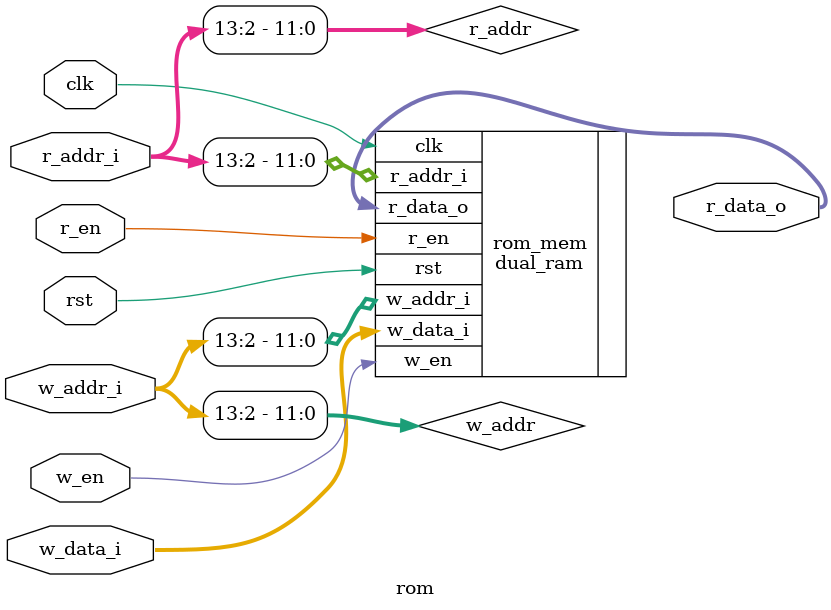
<source format=v>
`timescale 1ns / 1ps


module rom(
	input wire clk,
	input wire rst,
	input wire w_en,
	input wire [31:0] w_addr_i,
	input wire [31:0] w_data_i,
	
	input wire r_en,
	input wire [31:0] r_addr_i,
	output wire [31:0] r_data_o
	
);
    wire [11:0] w_addr = w_addr_i[13:2];
    wire [11:0] r_addr = r_addr_i[13:2];
	dual_ram#(
	    .DW(32),
	    .AW(12),
	    .MEM_NUM(4096)
	)rom_mem
    (
        .clk(clk),
        .rst(rst),
        .w_en(w_en),
        .w_addr_i(w_addr),
        .w_data_i(w_data_i),
        .r_en(r_en),
        .r_addr_i(r_addr),
        .r_data_o(r_data_o)
    );


endmodule

</source>
